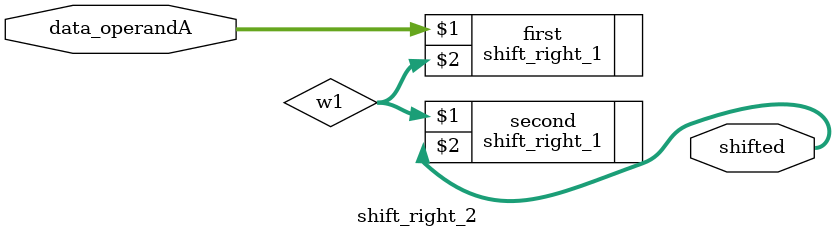
<source format=v>
module shift_right_2(data_operandA, shifted);
    
    input [31:0] data_operandA;
    output [31:0] shifted;

    wire [31:0] w1;
    shift_right_1 first(data_operandA, w1);
    shift_right_1 second(w1, shifted);

endmodule
</source>
